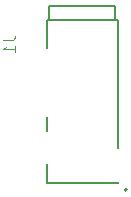
<source format=gbo>
G04 #@! TF.GenerationSoftware,KiCad,Pcbnew,(5.1.7)-1*
G04 #@! TF.CreationDate,2020-11-24T00:17:57-08:00*
G04 #@! TF.ProjectId,daughter_board,64617567-6874-4657-925f-626f6172642e,rev?*
G04 #@! TF.SameCoordinates,Original*
G04 #@! TF.FileFunction,Legend,Bot*
G04 #@! TF.FilePolarity,Positive*
%FSLAX46Y46*%
G04 Gerber Fmt 4.6, Leading zero omitted, Abs format (unit mm)*
G04 Created by KiCad (PCBNEW (5.1.7)-1) date 2020-11-24 00:17:57*
%MOMM*%
%LPD*%
G01*
G04 APERTURE LIST*
%ADD10C,0.127000*%
%ADD11C,0.200000*%
%ADD12C,0.015000*%
G04 APERTURE END LIST*
D10*
X180800000Y-67360000D02*
X180600000Y-67360000D01*
X180800000Y-78240000D02*
X180800000Y-67360000D01*
X180800000Y-81160000D02*
X180800000Y-81080000D01*
X174800000Y-81160000D02*
X180800000Y-81160000D01*
X174800000Y-79580000D02*
X174800000Y-81160000D01*
X174800000Y-75580000D02*
X174800000Y-76740000D01*
X174800000Y-67360000D02*
X174800000Y-69740000D01*
X180600000Y-67360000D02*
X174800000Y-67360000D01*
X180600000Y-66160000D02*
X180600000Y-67360000D01*
X175000000Y-66160000D02*
X180600000Y-66160000D01*
X175000000Y-67360000D02*
X175000000Y-66160000D01*
D11*
X181600000Y-81760000D02*
G75*
G03*
X181600000Y-81760000I-100000J0D01*
G01*
D12*
X171117380Y-69101666D02*
X171831666Y-69101666D01*
X171974523Y-69054047D01*
X172069761Y-68958809D01*
X172117380Y-68815952D01*
X172117380Y-68720714D01*
X172117380Y-70101666D02*
X172117380Y-69530238D01*
X172117380Y-69815952D02*
X171117380Y-69815952D01*
X171260238Y-69720714D01*
X171355476Y-69625476D01*
X171403095Y-69530238D01*
M02*

</source>
